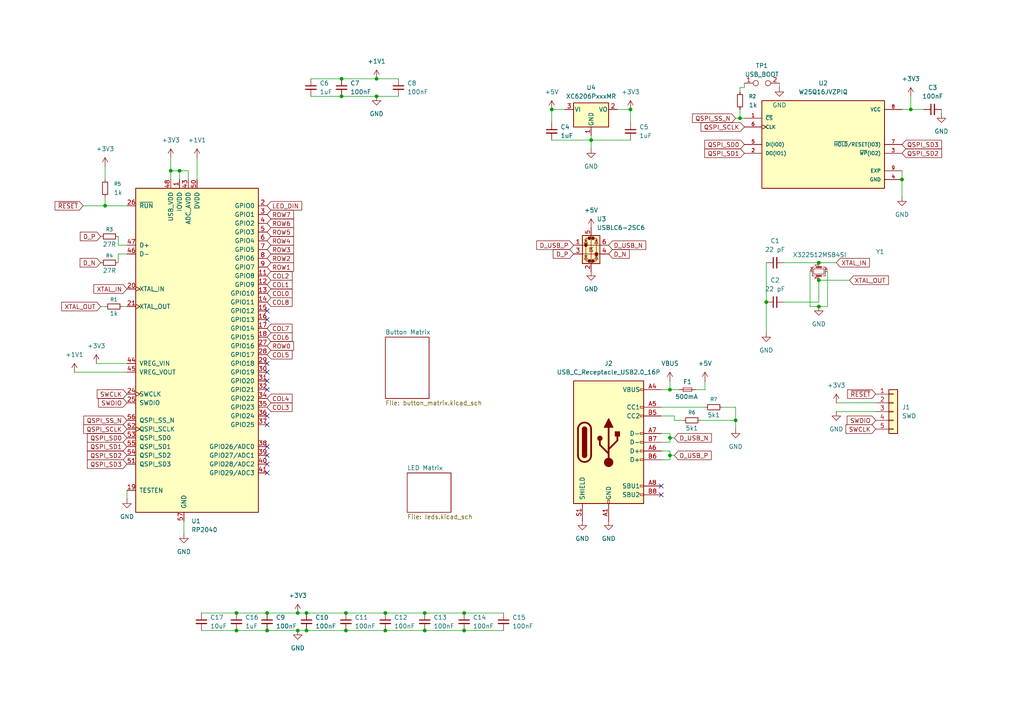
<source format=kicad_sch>
(kicad_sch (version 20250114) (generator "eeschema") (generator_version "9.0")
  (paper "A4")
  (lib_symbols
    (symbol "Connector:TestPoint_2Pole" (pin_names (offset 0.762) (hide yes))
      (property "Reference" "TP" (at 0 1.524 0))
      (property "Value" "TestPoint_2Pole" (at 0 -1.778 0))
      (symbol "TestPoint_2Pole_0_1"
        (circle (center -1.778 0) (radius 0.762))
        (circle (center 1.778 0) (radius 0.762))
        (pin passive line (at -5.08 0 0) (length 2.54) (name "1") (number "1"))
        (pin passive line (at 5.08 0 180) (length 2.54) (name "2") (number "2"))
      )
    )
    (symbol "Connector:USB_C_Receptacle_USB2.0_16P" (pin_names (offset 1.016))
      (property "Reference" "J" (at 0 22.225 0))
      (property "Value" "USB_C_Receptacle_USB2.0_16P" (at 0 19.685 0))
      (symbol "USB_C_Receptacle_USB2.0_16P_0_0"
        (rectangle (start -0.254 -17.78) (end 0.254 -16.764))
        (rectangle (start 10.16 15.494) (end 9.144 14.986))
        (rectangle (start 10.16 10.414) (end 9.144 9.906))
        (rectangle (start 10.16 7.874) (end 9.144 7.366))
        (rectangle (start 10.16 2.794) (end 9.144 2.286))
        (rectangle (start 10.16 0.254) (end 9.144 -0.254))
        (rectangle (start 10.16 -2.286) (end 9.144 -2.794))
        (rectangle (start 10.16 -4.826) (end 9.144 -5.334))
        (rectangle (start 10.16 -12.446) (end 9.144 -12.954))
        (rectangle (start 10.16 -14.986) (end 9.144 -15.494))
      )
      (symbol "USB_C_Receptacle_USB2.0_16P_0_1"
        (rectangle (start -10.16 17.78) (end 10.16 -17.78) (stroke (width 0.254)) (fill (type background)))
        (polyline (pts (xy -8.89 -3.81) (xy -8.89 3.81)) (stroke (width 0.508)))
        (rectangle (start -7.62 -3.81) (end -6.35 3.81) (stroke (width 0.254)) (fill (type outline)))
        (arc (start -7.62 3.81) (mid -6.985 4.4423) (end -6.35 3.81) (stroke (width 0.254)))
        (arc (start -7.62 3.81) (mid -6.985 4.4423) (end -6.35 3.81) (stroke (width 0.254)) (fill (type outline)))
        (arc (start -8.89 3.81) (mid -6.985 5.7067) (end -5.08 3.81) (stroke (width 0.508)))
        (arc (start -5.08 -3.81) (mid -6.985 -5.7067) (end -8.89 -3.81) (stroke (width 0.508)))
        (arc (start -6.35 -3.81) (mid -6.985 -4.4423) (end -7.62 -3.81) (stroke (width 0.254)))
        (arc (start -6.35 -3.81) (mid -6.985 -4.4423) (end -7.62 -3.81) (stroke (width 0.254)) (fill (type outline)))
        (polyline (pts (xy -5.08 3.81) (xy -5.08 -3.81)) (stroke (width 0.508)))
        (circle (center -2.54 1.143) (radius 0.635) (stroke (width 0.254)) (fill (type outline)))
        (polyline (pts (xy -1.27 4.318) (xy 0 6.858) (xy 1.27 4.318) (xy -1.27 4.318)) (stroke (width 0.254)) (fill (type outline)))
        (polyline (pts (xy 0 -2.032) (xy 2.54 0.508) (xy 2.54 1.778)) (stroke (width 0.508)))
        (polyline (pts (xy 0 -3.302) (xy -2.54 -0.762) (xy -2.54 0.508)) (stroke (width 0.508)))
        (polyline (pts (xy 0 -5.842) (xy 0 4.318)) (stroke (width 0.508)))
        (circle (center 0 -5.842) (radius 1.27) (fill (type outline)))
        (rectangle (start 1.905 1.778) (end 3.175 3.048) (stroke (width 0.254)) (fill (type outline)))
      )
      (symbol "USB_C_Receptacle_USB2.0_16P_1_1"
        (pin passive line (at -7.62 -22.86 90) (length 5.08) (name "SHIELD") (number "S1"))
        (pin passive line (at 0 -22.86 90) (length 5.08) (name "GND") (number "A1"))
        (pin passive line (at 0 -22.86 90) (length 5.08) (hide yes) (name "GND") (number "A12"))
        (pin passive line (at 0 -22.86 90) (length 5.08) (hide yes) (name "GND") (number "B1"))
        (pin passive line (at 0 -22.86 90) (length 5.08) (hide yes) (name "GND") (number "B12"))
        (pin passive line (at 15.24 15.24 180) (length 5.08) (name "VBUS") (number "A4"))
        (pin passive line (at 15.24 15.24 180) (length 5.08) (hide yes) (name "VBUS") (number "A9"))
        (pin passive line (at 15.24 15.24 180) (length 5.08) (hide yes) (name "VBUS") (number "B4"))
        (pin passive line (at 15.24 15.24 180) (length 5.08) (hide yes) (name "VBUS") (number "B9"))
        (pin bidirectional line (at 15.24 10.16 180) (length 5.08) (name "CC1") (number "A5"))
        (pin bidirectional line (at 15.24 7.62 180) (length 5.08) (name "CC2") (number "B5"))
        (pin bidirectional line (at 15.24 2.54 180) (length 5.08) (name "D-") (number "A7"))
        (pin bidirectional line (at 15.24 0 180) (length 5.08) (name "D-") (number "B7"))
        (pin bidirectional line (at 15.24 -2.54 180) (length 5.08) (name "D+") (number "A6"))
        (pin bidirectional line (at 15.24 -5.08 180) (length 5.08) (name "D+") (number "B6"))
        (pin bidirectional line (at 15.24 -12.7 180) (length 5.08) (name "SBU1") (number "A8"))
        (pin bidirectional line (at 15.24 -15.24 180) (length 5.08) (name "SBU2") (number "B8"))
      )
    )
    (symbol "Connector_Generic:Conn_01x05" (pin_names (offset 1.016) (hide yes))
      (property "Reference" "J" (at 0 7.62 0))
      (property "Value" "Conn_01x05" (at 0 -7.62 0))
      (symbol "Conn_01x05_1_1"
        (rectangle (start -1.27 6.35) (end 1.27 -6.35) (stroke (width 0.254)) (fill (type background)))
        (rectangle (start -1.27 5.207) (end 0 4.953) (stroke (width 0.1524)))
        (rectangle (start -1.27 2.667) (end 0 2.413) (stroke (width 0.1524)))
        (rectangle (start -1.27 0.127) (end 0 -0.127) (stroke (width 0.1524)))
        (rectangle (start -1.27 -2.413) (end 0 -2.667) (stroke (width 0.1524)))
        (rectangle (start -1.27 -4.953) (end 0 -5.207) (stroke (width 0.1524)))
        (pin passive line (at -5.08 5.08 0) (length 3.81) (name "Pin_1") (number "1"))
        (pin passive line (at -5.08 2.54 0) (length 3.81) (name "Pin_2") (number "2"))
        (pin passive line (at -5.08 0 0) (length 3.81) (name "Pin_3") (number "3"))
        (pin passive line (at -5.08 -2.54 0) (length 3.81) (name "Pin_4") (number "4"))
        (pin passive line (at -5.08 -5.08 0) (length 3.81) (name "Pin_5") (number "5"))
      )
    )
    (symbol "Device:C_Small" (pin_numbers (hide yes)) (pin_names (offset 0.254) (hide yes))
      (property "Reference" "C" (at 0.254 1.778 0))
      (property "Value" "C_Small" (at 0.254 -2.032 0))
      (symbol "C_Small_0_1"
        (polyline (pts (xy -1.524 0.508) (xy 1.524 0.508)) (stroke (width 0.3048)))
        (polyline (pts (xy -1.524 -0.508) (xy 1.524 -0.508)) (stroke (width 0.3302)))
      )
      (symbol "C_Small_1_1"
        (pin passive line (at 0 2.54 270) (length 2.032) (name "~") (number "1"))
        (pin passive line (at 0 -2.54 90) (length 2.032) (name "~") (number "2"))
      )
    )
    (symbol "Device:Crystal_GND24_Small" (pin_names (offset 1.016) (hide yes))
      (property "Reference" "Y" (at 1.27 4.445 0))
      (property "Value" "Crystal_GND24_Small" (at 1.27 2.54 0))
      (symbol "Crystal_GND24_Small_0_1"
        (polyline (pts (xy -1.27 1.27) (xy -1.27 1.905) (xy 1.27 1.905) (xy 1.27 1.27)))
        (polyline (pts (xy -1.27 -0.762) (xy -1.27 0.762)) (stroke (width 0.381)))
        (polyline (pts (xy -1.27 -1.27) (xy -1.27 -1.905) (xy 1.27 -1.905) (xy 1.27 -1.27)))
        (rectangle (start -0.762 -1.524) (end 0.762 1.524))
        (polyline (pts (xy 1.27 -0.762) (xy 1.27 0.762)) (stroke (width 0.381)))
      )
      (symbol "Crystal_GND24_Small_1_1"
        (pin passive line (at -2.54 0 0) (length 1.27) (name "1") (number "1"))
        (pin passive line (at 0 2.54 270) (length 0.635) (name "4") (number "4"))
        (pin passive line (at 0 -2.54 90) (length 0.635) (name "2") (number "2"))
        (pin passive line (at 2.54 0 180) (length 1.27) (name "3") (number "3"))
      )
    )
    (symbol "Device:Fuse_Small" (pin_numbers (hide yes)) (pin_names (offset 0.254) (hide yes))
      (property "Reference" "F" (at 0 -1.524 0))
      (property "Value" "Fuse_Small" (at 0 1.524 0))
      (symbol "Fuse_Small_0_1"
        (rectangle (start -1.27 0.508) (end 1.27 -0.508))
        (polyline (pts (xy -1.27 0) (xy 1.27 0)))
      )
      (symbol "Fuse_Small_1_1"
        (pin passive line (at -2.54 0 0) (length 1.27) (name "~") (number "1"))
        (pin passive line (at 2.54 0 180) (length 1.27) (name "~") (number "2"))
      )
    )
    (symbol "Device:R_Small" (pin_numbers (hide yes)) (pin_names (offset 0.254) (hide yes))
      (property "Reference" "R" (at 0 0 90))
      (property "Value" "R_Small" (at 1.778 0 90))
      (symbol "R_Small_0_1"
        (rectangle (start -0.762 1.778) (end 0.762 -1.778) (stroke (width 0.2032)))
      )
      (symbol "R_Small_1_1"
        (pin passive line (at 0 2.54 270) (length 0.762) (name "~") (number "1"))
        (pin passive line (at 0 -2.54 90) (length 0.762) (name "~") (number "2"))
      )
    )
    (symbol "Power_Protection:USBLC6-2SC6" (pin_names (hide yes))
      (property "Reference" "U" (at 0.635 5.715 0))
      (property "Value" "USBLC6-2SC6" (at 0.635 3.81 0))
      (symbol "USBLC6-2SC6_0_0"
        (circle (center -1.524 0) (radius 0.0001) (stroke (width 0.508)))
        (circle (center -0.508 2.032) (radius 0.0001) (stroke (width 0.508)))
        (circle (center -0.508 -4.572) (radius 0.0001) (stroke (width 0.508)))
        (circle (center 0.508 2.032) (radius 0.0001) (stroke (width 0.508)))
        (circle (center 0.508 -4.572) (radius 0.0001) (stroke (width 0.508)))
        (circle (center 1.524 -2.54) (radius 0.0001) (stroke (width 0.508)))
      )
      (symbol "USBLC6-2SC6_0_1"
        (polyline (pts (xy -2.54 0) (xy 2.54 0)))
        (polyline (pts (xy -2.54 -2.54) (xy 2.54 -2.54)))
        (polyline (pts (xy -2.032 0.508) (xy -1.016 0.508) (xy -1.524 1.524) (xy -2.032 0.508)))
        (polyline (pts (xy -2.032 -3.048) (xy -1.016 -3.048)))
        (polyline (pts (xy -1.016 1.524) (xy -2.032 1.524)))
        (polyline (pts (xy -1.016 -4.064) (xy -2.032 -4.064) (xy -1.524 -3.048) (xy -1.016 -4.064)))
        (polyline (pts (xy -0.508 -1.143) (xy -0.508 -0.762) (xy 0.508 -0.762)))
        (polyline (pts (xy 0 2.54) (xy -0.508 2.032) (xy 0.508 2.032) (xy 0 1.524) (xy 0 -4.064) (xy -0.508 -4.572) (xy 0.508 -4.572) (xy 0 -5.08)))
        (polyline (pts (xy 0.508 -1.778) (xy -0.508 -1.778) (xy 0 -0.762) (xy 0.508 -1.778)))
        (polyline (pts (xy 1.016 1.524) (xy 2.032 1.524)))
        (polyline (pts (xy 1.016 -3.048) (xy 2.032 -3.048)))
        (polyline (pts (xy 2.032 0.508) (xy 1.016 0.508) (xy 1.524 1.524) (xy 2.032 0.508)))
        (polyline (pts (xy 2.032 -4.064) (xy 1.016 -4.064) (xy 1.524 -3.048) (xy 2.032 -4.064)))
      )
      (symbol "USBLC6-2SC6_1_1"
        (rectangle (start -2.54 2.794) (end 2.54 -5.334) (stroke (width 0.254)) (fill (type background)))
        (polyline (pts (xy -0.508 2.032) (xy -1.524 2.032) (xy -1.524 -4.572) (xy -0.508 -4.572)))
        (polyline (pts (xy 0.508 -4.572) (xy 1.524 -4.572) (xy 1.524 2.032) (xy 0.508 2.032)))
        (pin passive line (at -5.08 0 0) (length 2.54) (name "I/O1") (number "1"))
        (pin passive line (at -5.08 -2.54 0) (length 2.54) (name "I/O2") (number "3"))
        (pin passive line (at 0 5.08 270) (length 2.54) (name "VBUS") (number "5"))
        (pin passive line (at 0 -7.62 90) (length 2.54) (name "GND") (number "2"))
        (pin passive line (at 5.08 0 180) (length 2.54) (name "I/O1") (number "6"))
        (pin passive line (at 5.08 -2.54 180) (length 2.54) (name "I/O2") (number "4"))
      )
    )
    (symbol "Regulator_Linear:XC6206PxxxMR" (pin_names (offset 0.254))
      (property "Reference" "U" (at -3.81 3.175 0))
      (property "Value" "XC6206PxxxMR" (at 0 3.175 0))
      (symbol "XC6206PxxxMR_0_1"
        (rectangle (start -5.08 1.905) (end 5.08 -5.08) (stroke (width 0.254)) (fill (type background)))
      )
      (symbol "XC6206PxxxMR_1_1"
        (pin power_in line (at -7.62 0 0) (length 2.54) (name "VI") (number "3"))
        (pin power_in line (at 0 -7.62 90) (length 2.54) (name "GND") (number "1"))
        (pin power_out line (at 7.62 0 180) (length 2.54) (name "VO") (number "2"))
      )
    )
    (symbol "Sleep-lib:RP2040" (pin_names (offset 1.016))
      (property "Reference" "U" (at 8.89 51.435 0))
      (property "Value" "RP2040" (at 8.89 48.895 0))
      (symbol "RP2040_0_0"
        (rectangle (start -17.78 -45.72) (end 17.78 48.26) (stroke (width 0.254)) (fill (type background)))
      )
      (symbol "RP2040_1_1"
        (pin input line (at -20.32 43.18 0) (length 2.54) (name "~{RUN}") (number "26"))
        (pin bidirectional line (at -20.32 31.75 0) (length 2.54) (name "D+") (number "47"))
        (pin bidirectional line (at -20.32 29.21 0) (length 2.54) (name "D-") (number "46"))
        (pin input clock (at -20.32 19.05 0) (length 2.54) (name "XTAL_IN") (number "20"))
        (pin input clock (at -20.32 13.97 0) (length 2.54) (name "XTAL_OUT") (number "21"))
        (pin power_in line (at -20.32 -2.54 0) (length 2.54) (name "VREG_VIN") (number "44"))
        (pin power_out line (at -20.32 -5.08 0) (length 2.54) (name "VREG_VOUT") (number "45"))
        (pin input clock (at -20.32 -11.43 0) (length 2.54) (name "SWCLK") (number "24"))
        (pin bidirectional line (at -20.32 -13.97 0) (length 2.54) (name "SWDIO") (number "25"))
        (pin bidirectional line (at -20.32 -19.05 0) (length 2.54) (name "QSPI_SS_N") (number "56"))
        (pin input clock (at -20.32 -21.59 0) (length 2.54) (name "QSPI_SCLK") (number "52"))
        (pin bidirectional line (at -20.32 -24.13 0) (length 2.54) (name "QSPI_SD0") (number "53"))
        (pin bidirectional line (at -20.32 -26.67 0) (length 2.54) (name "QSPI_SD1") (number "55"))
        (pin bidirectional line (at -20.32 -29.21 0) (length 2.54) (name "QSPI_SD2") (number "54"))
        (pin bidirectional line (at -20.32 -31.75 0) (length 2.54) (name "QSPI_SD3") (number "51"))
        (pin input line (at -20.32 -39.37 0) (length 2.54) (name "TESTEN") (number "19"))
        (pin power_in line (at -7.62 50.8 270) (length 2.54) (name "USB_VDD") (number "48"))
        (pin power_in line (at -5.08 50.8 270) (length 2.54) (name "IOVDD") (number "1"))
        (pin power_in line (at -5.08 50.8 270) (length 2.54) (hide yes) (name "IOVDD") (number "10"))
        (pin power_in line (at -5.08 50.8 270) (length 2.54) (hide yes) (name "IOVDD") (number "22"))
        (pin power_in line (at -5.08 50.8 270) (length 2.54) (hide yes) (name "IOVDD") (number "33"))
        (pin power_in line (at -5.08 50.8 270) (length 2.54) (hide yes) (name "IOVDD") (number "42"))
        (pin power_in line (at -5.08 50.8 270) (length 2.54) (hide yes) (name "IOVDD") (number "49"))
        (pin power_in line (at -3.81 -48.26 90) (length 2.54) (name "GND") (number "57"))
        (pin power_in line (at -2.54 50.8 270) (length 2.54) (name "ADC_AVDD") (number "43"))
        (pin power_in line (at 0 50.8 270) (length 2.54) (hide yes) (name "DVDD") (number "23"))
        (pin power_in line (at 0 50.8 270) (length 2.54) (name "DVDD") (number "50"))
        (pin input line (at 20.32 43.18 180) (length 2.54) (name "GPIO0") (number "2"))
        (pin input line (at 20.32 40.64 180) (length 2.54) (name "GPIO1") (number "3"))
        (pin input line (at 20.32 38.1 180) (length 2.54) (name "GPIO2") (number "4"))
        (pin input line (at 20.32 35.56 180) (length 2.54) (name "GPIO3") (number "5"))
        (pin input line (at 20.32 33.02 180) (length 2.54) (name "GPIO4") (number "6"))
        (pin input line (at 20.32 30.48 180) (length 2.54) (name "GPIO5") (number "7"))
        (pin input line (at 20.32 27.94 180) (length 2.54) (name "GPIO6") (number "8"))
        (pin input line (at 20.32 25.4 180) (length 2.54) (name "GPIO7") (number "9"))
        (pin input line (at 20.32 22.86 180) (length 2.54) (name "GPIO8") (number "11"))
        (pin input line (at 20.32 20.32 180) (length 2.54) (name "GPIO9") (number "12"))
        (pin input line (at 20.32 17.78 180) (length 2.54) (name "GPIO10") (number "13"))
        (pin input line (at 20.32 15.24 180) (length 2.54) (name "GPIO11") (number "14"))
        (pin input line (at 20.32 12.7 180) (length 2.54) (name "GPIO12") (number "15"))
        (pin input line (at 20.32 10.16 180) (length 2.54) (name "GPIO13") (number "16"))
        (pin input line (at 20.32 7.62 180) (length 2.54) (name "GPIO14") (number "17"))
        (pin input line (at 20.32 5.08 180) (length 2.54) (name "GPIO15") (number "18"))
        (pin input line (at 20.32 2.54 180) (length 2.54) (name "GPIO16") (number "27"))
        (pin input line (at 20.32 0 180) (length 2.54) (name "GPIO17") (number "28"))
        (pin input line (at 20.32 -2.54 180) (length 2.54) (name "GPIO18") (number "29"))
        (pin input line (at 20.32 -5.08 180) (length 2.54) (name "GPIO19") (number "30"))
        (pin input line (at 20.32 -7.62 180) (length 2.54) (name "GPIO20") (number "31"))
        (pin input line (at 20.32 -10.16 180) (length 2.54) (name "GPIO21") (number "32"))
        (pin input line (at 20.32 -12.7 180) (length 2.54) (name "GPIO22") (number "34"))
        (pin input line (at 20.32 -15.24 180) (length 2.54) (name "GPIO23") (number "35"))
        (pin input line (at 20.32 -17.78 180) (length 2.54) (name "GPIO24") (number "36"))
        (pin input line (at 20.32 -20.32 180) (length 2.54) (name "GPIO25") (number "37"))
        (pin input line (at 20.32 -26.67 180) (length 2.54) (name "GPIO26/ADC0") (number "38"))
        (pin input line (at 20.32 -29.21 180) (length 2.54) (name "GPIO27/ADC1") (number "39"))
        (pin input line (at 20.32 -31.75 180) (length 2.54) (name "GPIO28/ADC2") (number "40"))
        (pin input line (at 20.32 -34.29 180) (length 2.54) (name "GPIO29/ADC3") (number "41"))
      )
    )
    (symbol "W25Q16JVZPIQ:W25Q16JVZPIQ" (pin_names (offset 1.016))
      (property "Reference" "U" (at -17.78 13.97 0))
      (property "Value" "W25Q16JVZPIQ" (at -17.78 -15.24 0))
      (symbol "W25Q16JVZPIQ_0_0"
        (rectangle (start -17.78 -12.7) (end 17.78 12.7) (stroke (width 0.254)) (fill (type background)))
        (pin input line (at -22.86 7.62 0) (length 5.08) (name "~{CS}") (number "1"))
        (pin input clock (at -22.86 5.08 0) (length 5.08) (name "CLK") (number "6"))
        (pin bidirectional line (at -22.86 0 0) (length 5.08) (name "DI(IO0)") (number "5"))
        (pin bidirectional line (at -22.86 -2.54 0) (length 5.08) (name "DO(IO1)") (number "2"))
        (pin power_in line (at 22.86 10.16 180) (length 5.08) (name "VCC") (number "8"))
        (pin bidirectional line (at 22.86 0 180) (length 5.08) (name "~{HOLD}/RESET(IO3)") (number "7"))
        (pin bidirectional line (at 22.86 -2.54 180) (length 5.08) (name "~{WP}(IO2)") (number "3"))
        (pin passive line (at 22.86 -7.62 180) (length 5.08) (name "EXP") (number "9"))
        (pin power_in line (at 22.86 -10.16 180) (length 5.08) (name "GND") (number "4"))
      )
    )
    (symbol "power:+1V1" (power) (pin_numbers (hide yes)) (pin_names (offset 0) (hide yes))
      (property "Value" "+1V1" (at 0 3.556 0))
      (symbol "+1V1_0_1"
        (polyline (pts (xy -0.762 1.27) (xy 0 2.54)))
        (polyline (pts (xy 0 2.54) (xy 0.762 1.27)))
        (polyline (pts (xy 0 0) (xy 0 2.54)))
      )
      (symbol "+1V1_1_1"
        (pin power_in line (at 0 0 90) (length 0) (name "~") (number "1"))
      )
    )
    (symbol "power:+3V3" (power) (pin_numbers (hide yes)) (pin_names (offset 0) (hide yes))
      (property "Value" "+3V3" (at 0 3.556 0))
      (symbol "+3V3_0_1"
        (polyline (pts (xy -0.762 1.27) (xy 0 2.54)))
        (polyline (pts (xy 0 2.54) (xy 0.762 1.27)))
        (polyline (pts (xy 0 0) (xy 0 2.54)))
      )
      (symbol "+3V3_1_1"
        (pin power_in line (at 0 0 90) (length 0) (name "~") (number "1"))
      )
    )
    (symbol "power:+5V" (power) (pin_numbers (hide yes)) (pin_names (offset 0) (hide yes))
      (property "Value" "+5V" (at 0 3.556 0))
      (symbol "+5V_0_1"
        (polyline (pts (xy -0.762 1.27) (xy 0 2.54)))
        (polyline (pts (xy 0 2.54) (xy 0.762 1.27)))
        (polyline (pts (xy 0 0) (xy 0 2.54)))
      )
      (symbol "+5V_1_1"
        (pin power_in line (at 0 0 90) (length 0) (name "~") (number "1"))
      )
    )
    (symbol "power:GND" (power) (pin_numbers (hide yes)) (pin_names (offset 0) (hide yes))
      (property "Value" "GND" (at 0 -3.81 0))
      (symbol "GND_0_1"
        (polyline (pts (xy 0 0) (xy 0 -1.27) (xy 1.27 -1.27) (xy 0 -2.54) (xy -1.27 -1.27) (xy 0 -1.27)))
      )
      (symbol "GND_1_1"
        (pin power_in line (at 0 0 270) (length 0) (name "~") (number "1"))
      )
    )
    (symbol "power:VBUS" (power) (pin_numbers (hide yes)) (pin_names (offset 0) (hide yes))
      (property "Value" "VBUS" (at 0 3.556 0))
      (symbol "VBUS_0_1"
        (polyline (pts (xy -0.762 1.27) (xy 0 2.54)))
        (polyline (pts (xy 0 2.54) (xy 0.762 1.27)))
        (polyline (pts (xy 0 0) (xy 0 2.54)))
      )
      (symbol "VBUS_1_1"
        (pin power_in line (at 0 0 90) (length 0) (name "~") (number "1"))
      )
    )
  )
  (junction (at 261.62 52.07))
  (junction (at 68.58 177.8))
  (junction (at 237.49 81.28))
  (junction (at 123.19 182.88))
  (junction (at 68.58 182.88))
  (junction (at 222.25 87.63))
  (junction (at 77.47 182.88))
  (junction (at 171.45 40.64))
  (junction (at 264.16 31.75))
  (junction (at 194.31 132.08))
  (junction (at 134.62 177.8))
  (junction (at 99.06 22.86))
  (junction (at 237.49 88.9))
  (junction (at 52.07 49.53))
  (junction (at 86.36 177.8))
  (junction (at 30.48 59.69))
  (junction (at 111.76 182.88))
  (junction (at 123.19 177.8))
  (junction (at 160.02 31.75))
  (junction (at 111.76 177.8))
  (junction (at 109.22 22.86))
  (junction (at 100.33 182.88))
  (junction (at 77.47 177.8))
  (junction (at 88.9 177.8))
  (junction (at 194.31 127))
  (junction (at 86.36 182.88))
  (junction (at 100.33 177.8))
  (junction (at 194.31 113.03))
  (junction (at 49.53 49.53))
  (junction (at 109.22 27.94))
  (junction (at 99.06 27.94))
  (junction (at 213.36 121.92))
  (junction (at 182.88 31.75))
  (junction (at 237.49 76.2))
  (junction (at 214.63 34.29))
  (junction (at 134.62 182.88))
  (junction (at 88.9 182.88))
  (no_connect (at 77.47 132.08))
  (no_connect (at 77.47 129.54))
  (no_connect (at 77.47 120.65))
  (no_connect (at 77.47 110.49))
  (no_connect (at 77.47 134.62))
  (no_connect (at 77.47 105.41))
  (no_connect (at 77.47 90.17))
  (no_connect (at 191.77 143.51))
  (no_connect (at 77.47 123.19))
  (no_connect (at 77.47 92.71))
  (no_connect (at 191.77 140.97))
  (no_connect (at 77.47 107.95))
  (no_connect (at 77.47 113.03))
  (no_connect (at 77.47 137.16))
  (wire (pts (xy 100.33 177.8) (xy 111.76 177.8)))
  (wire (pts (xy 86.36 177.8) (xy 88.9 177.8)))
  (wire (pts (xy 227.33 87.63) (xy 237.49 87.63)))
  (wire (pts (xy 58.42 177.8) (xy 68.58 177.8)))
  (wire (pts (xy 88.9 182.88) (xy 100.33 182.88)))
  (wire (pts (xy 246.38 81.28) (xy 237.49 81.28)))
  (wire (pts (xy 261.62 49.53) (xy 261.62 52.07)))
  (wire (pts (xy 182.88 31.75) (xy 182.88 35.56)))
  (wire (pts (xy 171.45 43.18) (xy 171.45 40.64)))
  (wire (pts (xy 237.49 81.28) (xy 237.49 87.63)))
  (wire (pts (xy 90.17 22.86) (xy 99.06 22.86)))
  (wire (pts (xy 201.93 113.03) (xy 204.47 113.03)))
  (wire (pts (xy 240.03 88.9) (xy 237.49 88.9)))
  (wire (pts (xy 194.31 125.73) (xy 194.31 127)))
  (wire (pts (xy 49.53 45.72) (xy 49.53 49.53)))
  (wire (pts (xy 234.95 88.9) (xy 237.49 88.9)))
  (wire (pts (xy 226.06 24.13) (xy 226.06 25.4)))
  (wire (pts (xy 30.48 59.69) (xy 36.83 59.69)))
  (wire (pts (xy 34.29 71.12) (xy 34.29 68.58)))
  (wire (pts (xy 203.2 121.92) (xy 213.36 121.92)))
  (wire (pts (xy 194.31 127) (xy 195.58 127)))
  (wire (pts (xy 273.05 31.75) (xy 273.05 33.02)))
  (wire (pts (xy 171.45 40.64) (xy 171.45 39.37)))
  (wire (pts (xy 24.13 59.69) (xy 30.48 59.69)))
  (wire (pts (xy 160.02 31.75) (xy 163.83 31.75)))
  (wire (pts (xy 227.33 76.2) (xy 237.49 76.2)))
  (wire (pts (xy 30.48 88.9) (xy 29.21 88.9)))
  (wire (pts (xy 88.9 177.8) (xy 100.33 177.8)))
  (wire (pts (xy 194.31 128.27) (xy 191.77 128.27)))
  (wire (pts (xy 171.45 40.64) (xy 182.88 40.64)))
  (wire (pts (xy 214.63 25.4) (xy 214.63 26.67)))
  (wire (pts (xy 215.9 25.4) (xy 215.9 24.13)))
  (wire (pts (xy 261.62 52.07) (xy 261.62 57.15)))
  (wire (pts (xy 160.02 40.64) (xy 171.45 40.64)))
  (wire (pts (xy 191.77 125.73) (xy 194.31 125.73)))
  (wire (pts (xy 195.58 121.92) (xy 198.12 121.92)))
  (wire (pts (xy 213.36 34.29) (xy 214.63 34.29)))
  (wire (pts (xy 123.19 177.8) (xy 134.62 177.8)))
  (wire (pts (xy 109.22 22.86) (xy 115.57 22.86)))
  (wire (pts (xy 234.95 78.74) (xy 234.95 88.9)))
  (wire (pts (xy 111.76 182.88) (xy 123.19 182.88)))
  (wire (pts (xy 240.03 78.74) (xy 240.03 88.9)))
  (wire (pts (xy 30.48 48.26) (xy 30.48 52.07)))
  (wire (pts (xy 109.22 27.94) (xy 115.57 27.94)))
  (wire (pts (xy 90.17 27.94) (xy 99.06 27.94)))
  (wire (pts (xy 194.31 127) (xy 194.31 128.27)))
  (wire (pts (xy 214.63 31.75) (xy 214.63 34.29)))
  (wire (pts (xy 237.49 76.2) (xy 242.57 76.2)))
  (wire (pts (xy 204.47 113.03) (xy 204.47 110.49)))
  (wire (pts (xy 49.53 49.53) (xy 52.07 49.53)))
  (wire (pts (xy 264.16 27.94) (xy 264.16 31.75)))
  (wire (pts (xy 77.47 182.88) (xy 86.36 182.88)))
  (wire (pts (xy 111.76 177.8) (xy 123.19 177.8)))
  (wire (pts (xy 21.59 107.95) (xy 36.83 107.95)))
  (wire (pts (xy 179.07 31.75) (xy 182.88 31.75)))
  (wire (pts (xy 214.63 25.4) (xy 215.9 25.4)))
  (wire (pts (xy 36.83 71.12) (xy 34.29 71.12)))
  (wire (pts (xy 191.77 120.65) (xy 195.58 120.65)))
  (wire (pts (xy 191.77 118.11) (xy 204.47 118.11)))
  (wire (pts (xy 195.58 120.65) (xy 195.58 121.92)))
  (wire (pts (xy 58.42 182.88) (xy 68.58 182.88)))
  (wire (pts (xy 213.36 118.11) (xy 213.36 121.92)))
  (wire (pts (xy 194.31 113.03) (xy 196.85 113.03)))
  (wire (pts (xy 99.06 22.86) (xy 109.22 22.86)))
  (wire (pts (xy 36.83 73.66) (xy 34.29 73.66)))
  (wire (pts (xy 261.62 31.75) (xy 264.16 31.75)))
  (wire (pts (xy 77.47 177.8) (xy 86.36 177.8)))
  (wire (pts (xy 134.62 177.8) (xy 146.05 177.8)))
  (wire (pts (xy 191.77 113.03) (xy 194.31 113.03)))
  (wire (pts (xy 191.77 130.81) (xy 194.31 130.81)))
  (wire (pts (xy 194.31 133.35) (xy 191.77 133.35)))
  (wire (pts (xy 52.07 49.53) (xy 52.07 52.07)))
  (wire (pts (xy 36.83 142.24) (xy 36.83 144.78)))
  (wire (pts (xy 194.31 130.81) (xy 194.31 132.08)))
  (wire (pts (xy 100.33 182.88) (xy 111.76 182.88)))
  (wire (pts (xy 222.25 87.63) (xy 222.25 96.52)))
  (wire (pts (xy 194.31 132.08) (xy 194.31 133.35)))
  (wire (pts (xy 54.61 49.53) (xy 54.61 52.07)))
  (wire (pts (xy 242.57 116.84) (xy 254 116.84)))
  (wire (pts (xy 49.53 49.53) (xy 49.53 52.07)))
  (wire (pts (xy 194.31 132.08) (xy 195.58 132.08)))
  (wire (pts (xy 27.94 105.41) (xy 36.83 105.41)))
  (wire (pts (xy 214.63 34.29) (xy 215.9 34.29)))
  (wire (pts (xy 53.34 151.13) (xy 53.34 154.94)))
  (wire (pts (xy 267.97 31.75) (xy 264.16 31.75)))
  (wire (pts (xy 213.36 121.92) (xy 213.36 124.46)))
  (wire (pts (xy 57.15 45.72) (xy 57.15 52.07)))
  (wire (pts (xy 68.58 177.8) (xy 77.47 177.8)))
  (wire (pts (xy 52.07 49.53) (xy 54.61 49.53)))
  (wire (pts (xy 99.06 27.94) (xy 109.22 27.94)))
  (wire (pts (xy 86.36 182.88) (xy 88.9 182.88)))
  (wire (pts (xy 194.31 110.49) (xy 194.31 113.03)))
  (wire (pts (xy 160.02 31.75) (xy 160.02 35.56)))
  (wire (pts (xy 35.56 88.9) (xy 36.83 88.9)))
  (wire (pts (xy 68.58 182.88) (xy 77.47 182.88)))
  (wire (pts (xy 242.57 119.38) (xy 254 119.38)))
  (wire (pts (xy 34.29 73.66) (xy 34.29 76.2)))
  (wire (pts (xy 30.48 57.15) (xy 30.48 59.69)))
  (wire (pts (xy 123.19 182.88) (xy 134.62 182.88)))
  (wire (pts (xy 209.55 118.11) (xy 213.36 118.11)))
  (wire (pts (xy 134.62 182.88) (xy 146.05 182.88)))
  (wire (pts (xy 222.25 76.2) (xy 222.25 87.63)))
  (global_label "COL1" (shape input) (at 77.47 82.55 0) (property "Intersheetrefs" "${INTERSHEET_REFS}" (effects (hide yes))))
  (global_label "QSPI_SD0" (shape input) (at 36.83 127 180) (property "Intersheetrefs" "${INTERSHEET_REFS}" (effects (hide yes))))
  (global_label "QSPI_SS_N" (shape input) (at 36.83 121.92 180) (property "Intersheetrefs" "${INTERSHEET_REFS}" (effects (hide yes))))
  (global_label "~{RESET}" (shape input) (at 24.13 59.69 180) (property "Intersheetrefs" "${INTERSHEET_REFS}" (effects (hide yes))))
  (global_label "ROW1" (shape input) (at 77.47 77.47 0) (property "Intersheetrefs" "${INTERSHEET_REFS}" (effects (hide yes))))
  (global_label "XTAL_OUT" (shape input) (at 246.38 81.28 0) (property "Intersheetrefs" "${INTERSHEET_REFS}" (effects (hide yes))))
  (global_label "SWDIO" (shape input) (at 36.83 116.84 180) (property "Intersheetrefs" "${INTERSHEET_REFS}" (effects (hide yes))))
  (global_label "ROW3" (shape input) (at 77.47 72.39 0) (property "Intersheetrefs" "${INTERSHEET_REFS}" (effects (hide yes))))
  (global_label "QSPI_SCLK" (shape input) (at 36.83 124.46 180) (property "Intersheetrefs" "${INTERSHEET_REFS}" (effects (hide yes))))
  (global_label "XTAL_IN" (shape input) (at 242.57 76.2 0) (property "Intersheetrefs" "${INTERSHEET_REFS}" (effects (hide yes))))
  (global_label "D_USB_N" (shape input) (at 176.53 71.12 0) (property "Intersheetrefs" "${INTERSHEET_REFS}" (effects (hide yes))))
  (global_label "QSPI_SD2" (shape input) (at 36.83 132.08 180) (property "Intersheetrefs" "${INTERSHEET_REFS}" (effects (hide yes))))
  (global_label "QSPI_SD0" (shape input) (at 215.9 41.91 180) (property "Intersheetrefs" "${INTERSHEET_REFS}" (effects (hide yes))))
  (global_label "ROW7" (shape input) (at 77.47 62.23 0) (property "Intersheetrefs" "${INTERSHEET_REFS}" (effects (hide yes))))
  (global_label "SWDIO" (shape input) (at 254 121.92 180) (property "Intersheetrefs" "${INTERSHEET_REFS}" (effects (hide yes))))
  (global_label "ROW5" (shape input) (at 77.47 67.31 0) (property "Intersheetrefs" "${INTERSHEET_REFS}" (effects (hide yes))))
  (global_label "ROW2" (shape input) (at 77.47 74.93 0) (property "Intersheetrefs" "${INTERSHEET_REFS}" (effects (hide yes))))
  (global_label "QSPI_SD2" (shape input) (at 261.62 44.45 0) (property "Intersheetrefs" "${INTERSHEET_REFS}" (effects (hide yes))))
  (global_label "COL8" (shape input) (at 77.47 87.63 0) (property "Intersheetrefs" "${INTERSHEET_REFS}" (effects (hide yes))))
  (global_label "LED_DIN" (shape input) (at 77.47 59.69 0) (property "Intersheetrefs" "${INTERSHEET_REFS}" (effects (hide yes))))
  (global_label "QSPI_SD1" (shape input) (at 36.83 129.54 180) (property "Intersheetrefs" "${INTERSHEET_REFS}" (effects (hide yes))))
  (global_label "D_P" (shape input) (at 166.37 73.66 180) (property "Intersheetrefs" "${INTERSHEET_REFS}" (effects (hide yes))))
  (global_label "COL3" (shape input) (at 77.47 118.11 0) (property "Intersheetrefs" "${INTERSHEET_REFS}" (effects (hide yes))))
  (global_label "COL7" (shape input) (at 77.47 95.25 0) (property "Intersheetrefs" "${INTERSHEET_REFS}" (effects (hide yes))))
  (global_label "COL6" (shape input) (at 77.47 97.79 0) (property "Intersheetrefs" "${INTERSHEET_REFS}" (effects (hide yes))))
  (global_label "QSPI_SS_N" (shape input) (at 213.36 34.29 180) (property "Intersheetrefs" "${INTERSHEET_REFS}" (effects (hide yes))))
  (global_label "ROW4" (shape input) (at 77.47 69.85 0) (property "Intersheetrefs" "${INTERSHEET_REFS}" (effects (hide yes))))
  (global_label "D_USB_P" (shape input) (at 195.58 132.08 0) (property "Intersheetrefs" "${INTERSHEET_REFS}" (effects (hide yes))))
  (global_label "D_USB_P" (shape input) (at 166.37 71.12 180) (property "Intersheetrefs" "${INTERSHEET_REFS}" (effects (hide yes))))
  (global_label "COL4" (shape input) (at 77.47 115.57 0) (property "Intersheetrefs" "${INTERSHEET_REFS}" (effects (hide yes))))
  (global_label "ROW6" (shape input) (at 77.47 64.77 0) (property "Intersheetrefs" "${INTERSHEET_REFS}" (effects (hide yes))))
  (global_label "XTAL_OUT" (shape input) (at 29.21 88.9 180) (property "Intersheetrefs" "${INTERSHEET_REFS}" (effects (hide yes))))
  (global_label "D_N" (shape input) (at 176.53 73.66 0) (property "Intersheetrefs" "${INTERSHEET_REFS}" (effects (hide yes))))
  (global_label "SWCLK" (shape input) (at 254 124.46 180) (property "Intersheetrefs" "${INTERSHEET_REFS}" (effects (hide yes))))
  (global_label "D_N" (shape input) (at 29.21 76.2 180) (property "Intersheetrefs" "${INTERSHEET_REFS}" (effects (hide yes))))
  (global_label "SWCLK" (shape input) (at 36.83 114.3 180) (property "Intersheetrefs" "${INTERSHEET_REFS}" (effects (hide yes))))
  (global_label "COL2" (shape input) (at 77.47 80.01 0) (property "Intersheetrefs" "${INTERSHEET_REFS}" (effects (hide yes))))
  (global_label "COL0" (shape input) (at 77.47 85.09 0) (property "Intersheetrefs" "${INTERSHEET_REFS}" (effects (hide yes))))
  (global_label "~{RESET}" (shape input) (at 254 114.3 180) (property "Intersheetrefs" "${INTERSHEET_REFS}" (effects (hide yes))))
  (global_label "D_USB_N" (shape input) (at 195.58 127 0) (property "Intersheetrefs" "${INTERSHEET_REFS}" (effects (hide yes))))
  (global_label "XTAL_IN" (shape input) (at 36.83 83.82 180) (property "Intersheetrefs" "${INTERSHEET_REFS}" (effects (hide yes))))
  (global_label "QSPI_SD3" (shape input) (at 261.62 41.91 0) (property "Intersheetrefs" "${INTERSHEET_REFS}" (effects (hide yes))))
  (global_label "QSPI_SD3" (shape input) (at 36.83 134.62 180) (property "Intersheetrefs" "${INTERSHEET_REFS}" (effects (hide yes))))
  (global_label "QSPI_SD1" (shape input) (at 215.9 44.45 180) (property "Intersheetrefs" "${INTERSHEET_REFS}" (effects (hide yes))))
  (global_label "QSPI_SCLK" (shape input) (at 215.9 36.83 180) (property "Intersheetrefs" "${INTERSHEET_REFS}" (effects (hide yes))))
  (global_label "COL5" (shape input) (at 77.47 102.87 0) (property "Intersheetrefs" "${INTERSHEET_REFS}" (effects (hide yes))))
  (global_label "D_P" (shape input) (at 29.21 68.58 180) (property "Intersheetrefs" "${INTERSHEET_REFS}" (effects (hide yes))))
  (global_label "ROW0" (shape input) (at 77.47 100.33 0) (property "Intersheetrefs" "${INTERSHEET_REFS}" (effects (hide yes))))
  (symbol (lib_id "Sleep-lib:RP2040") (at 57.15 102.87 0) (unit 1)
    (property "Reference" "U1" (at 55.4833 151.13 0) (effects (justify left)))
    (property "Value" "RP2040" (at 55.4833 153.67 0) (effects (justify left)))
    (property "Footprint" "Footprints:RP2040-QFN-56-notext" (effects (hide yes)))
    (property "Datasheet" "https://datasheets.raspberrypi.com/rp2040/rp2040-datasheet.pdf" (effects (hide yes)))
    (property "JLCPCB Part" "C2040" (effects (hide yes)))
  )
  (symbol (lib_id "Device:C_Small") (at 224.79 76.2 90) (unit 1)
    (property "Reference" "C1" (at 224.7963 69.85 90))
    (property "Value" "22 pF" (at 224.7963 72.39 90))
    (property "Footprint" "Capacitor_SMD:C_0402_1005Metric-notxt" (effects (hide yes)))
    (property "Description" "Unpolarized capacitor, small symbol" (effects (hide yes)))
    (property "JLCPCB Part" "C541361" (effects (hide yes)))
  )
  (symbol (lib_id "Device:R_Small") (at 214.63 29.21 0) (unit 1)
    (property "Reference" "R2" (at 217.17 27.9399 0) (effects (font (size 1.016 1.016)) (justify left)))
    (property "Value" "1k" (at 217.17 30.4799 0) (effects (justify left)))
    (property "Footprint" "Resistor_SMD:R_0402_1005Metric-notext" (effects (hide yes)))
    (property "Description" "Resistor, small symbol" (effects (hide yes)))
    (property "JLCPCB Part" "C11702" (effects (hide yes)))
  )
  (symbol (lib_id "power:GND") (at 36.83 144.78 0) (unit 1)
    (property "Reference" "#PWR04" (effects (hide yes)))
    (property "Value" "GND" (at 36.83 149.86 0))
    (property "Description" "Power symbol creates a global label with name \"GND\" , ground" (effects (hide yes)))
  )
  (symbol (lib_id "power:GND") (at 213.36 124.46 0) (unit 1)
    (property "Reference" "#PWR020" (effects (hide yes)))
    (property "Value" "GND" (at 213.36 129.54 0))
    (property "Description" "Power symbol creates a global label with name \"GND\" , ground" (effects (hide yes)))
  )
  (symbol (lib_id "power:GND") (at 171.45 78.74 0) (unit 1)
    (property "Reference" "#PWR021" (effects (hide yes)))
    (property "Value" "GND" (at 171.45 83.82 0))
    (property "Description" "Power symbol creates a global label with name \"GND\" , ground" (effects (hide yes)))
  )
  (symbol (lib_id "Device:R_Small") (at 207.01 118.11 90) (unit 1)
    (property "Reference" "R7" (at 207.01 115.824 90) (effects (font (size 1.016 1.016))))
    (property "Value" "5k1" (at 207.01 120.396 90))
    (property "Footprint" "Resistor_SMD:R_0402_1005Metric-notext" (effects (hide yes)))
    (property "Description" "Resistor, small symbol" (effects (hide yes)))
    (property "JLCPCB Part" "C25905" (effects (hide yes)))
  )
  (symbol (lib_id "power:+1V1") (at 57.15 45.72 0) (unit 1)
    (property "Reference" "#PWR03" (effects (hide yes)))
    (property "Value" "+1V1" (at 57.15 40.64 0))
    (property "Description" "Power symbol creates a global label with name \"+1V1\"" (effects (hide yes)))
  )
  (symbol (lib_id "Device:C_Small") (at 146.05 180.34 0) (unit 1)
    (property "Reference" "C15" (at 148.59 179.0762 0) (effects (justify left)))
    (property "Value" "100nF" (at 148.59 181.6162 0) (effects (justify left)))
    (property "Footprint" "Capacitor_SMD:C_0402_1005Metric-notxt" (effects (hide yes)))
    (property "Description" "Unpolarized capacitor, small symbol" (effects (hide yes)))
    (property "JLCPCB Part" "C541407" (effects (hide yes)))
  )
  (symbol (lib_id "Device:C_Small") (at 68.58 180.34 0) (unit 1)
    (property "Reference" "C16" (at 71.12 179.0762 0) (effects (justify left)))
    (property "Value" "1uF" (at 71.12 181.6162 0) (effects (justify left)))
    (property "Footprint" "Capacitor_SMD:C_0402_1005Metric-notxt" (effects (hide yes)))
    (property "Description" "Unpolarized capacitor, small symbol" (effects (hide yes)))
    (property "JLCPCB Part" "C437522" (effects (hide yes)))
  )
  (symbol (lib_id "Regulator_Linear:XC6206PxxxMR") (at 171.45 31.75 0) (unit 1)
    (property "Reference" "U4" (at 171.45 25.4 0))
    (property "Value" "XC6206PxxxMR" (at 171.45 27.94 0))
    (property "Footprint" "Package_TO_SOT_SMD:SOT-23-3-notxt" (effects (hide yes)))
    (property "Datasheet" "https://www.torexsemi.com/file/xc6206/XC6206.pdf" (effects (hide yes)))
    (property "Description" "Positive 60-250mA Low Dropout Regulator, Fixed Output, SOT-23" (effects (hide yes)))
    (property "JLCPCB Part" "C5148692" (effects (hide yes)))
  )
  (symbol (lib_id "power:+1V1") (at 21.59 107.95 0) (unit 1)
    (property "Reference" "#PWR08" (effects (hide yes)))
    (property "Value" "+1V1" (at 21.59 102.87 0))
    (property "Description" "Power symbol creates a global label with name \"+1V1\"" (effects (hide yes)))
  )
  (symbol (lib_id "power:GND") (at 242.57 119.38 0) (unit 1)
    (property "Reference" "#PWR015" (effects (hide yes)))
    (property "Value" "GND" (at 242.57 124.46 0))
    (property "Description" "Power symbol creates a global label with name \"GND\" , ground" (effects (hide yes)))
  )
  (symbol (lib_id "Device:C_Small") (at 134.62 180.34 0) (unit 1)
    (property "Reference" "C14" (at 137.16 179.0762 0) (effects (justify left)))
    (property "Value" "100nF" (at 137.16 181.6162 0) (effects (justify left)))
    (property "Footprint" "Capacitor_SMD:C_0402_1005Metric-notxt" (effects (hide yes)))
    (property "Description" "Unpolarized capacitor, small symbol" (effects (hide yes)))
    (property "JLCPCB Part" "C541407" (effects (hide yes)))
  )
  (symbol (lib_id "power:GND") (at 53.34 154.94 0) (unit 1)
    (property "Reference" "#PWR01" (effects (hide yes)))
    (property "Value" "GND" (at 53.34 160.02 0))
    (property "Description" "Power symbol creates a global label with name \"GND\" , ground" (effects (hide yes)))
  )
  (symbol (lib_id "Device:C_Small") (at 270.51 31.75 90) (unit 1)
    (property "Reference" "C3" (at 270.5163 25.4 90))
    (property "Value" "100nF" (at 270.5163 27.94 90))
    (property "Footprint" "Capacitor_SMD:C_0402_1005Metric-notxt" (effects (hide yes)))
    (property "Description" "Unpolarized capacitor, small symbol" (effects (hide yes)))
    (property "JLCPCB Part" "C541407" (effects (hide yes)))
  )
  (symbol (lib_id "Device:R_Small") (at 31.75 76.2 90) (unit 1)
    (property "Reference" "R4" (at 31.75 74.168 90) (effects (font (size 1.016 1.016))))
    (property "Value" "27R" (at 31.75 78.486 90))
    (property "Footprint" "Resistor_SMD:R_0402_1005Metric-notext" (effects (hide yes)))
    (property "Description" "Resistor, small symbol" (effects (hide yes)))
    (property "JLCPCB Part" "C25100" (effects (hide yes)))
  )
  (symbol (lib_id "Connector:USB_C_Receptacle_USB2.0_16P") (at 176.53 128.27 0) (unit 1)
    (property "Reference" "J2" (at 176.53 105.41 0))
    (property "Value" "USB_C_Receptacle_USB2.0_16P" (at 176.53 107.95 0))
    (property "Footprint" "Connector_USB:USB_C_Receptacle_G-Switch_GT-USB-7025-notxt" (effects (hide yes)))
    (property "Datasheet" "https://www.usb.org/sites/default/files/documents/usb_type-c.zip" (effects (hide yes)))
    (property "Description" "USB 2.0-only 16P Type-C Receptacle connector" (effects (hide yes)))
    (property "JLCPCB Part" "C963213" (effects (hide yes)))
  )
  (symbol (lib_id "power:GND") (at 171.45 43.18 0) (unit 1)
    (property "Reference" "#PWR023" (effects (hide yes)))
    (property "Value" "GND" (at 171.45 48.26 0))
    (property "Description" "Power symbol creates a global label with name \"GND\" , ground" (effects (hide yes)))
  )
  (symbol (lib_id "Device:C_Small") (at 100.33 180.34 0) (unit 1)
    (property "Reference" "C11" (at 102.87 179.0762 0) (effects (justify left)))
    (property "Value" "100nF" (at 102.87 181.6162 0) (effects (justify left)))
    (property "Footprint" "Capacitor_SMD:C_0402_1005Metric-notxt" (effects (hide yes)))
    (property "Description" "Unpolarized capacitor, small symbol" (effects (hide yes)))
    (property "JLCPCB Part" "C541407" (effects (hide yes)))
  )
  (symbol (lib_id "Device:Fuse_Small") (at 199.39 113.03 0) (unit 1)
    (property "Reference" "F1" (at 199.39 110.744 0))
    (property "Value" "500mA" (at 199.136 115.062 0))
    (property "Footprint" "Fuse:Fuse_1206_3216Metric" (effects (hide yes)))
    (property "Description" "Fuse, small symbol" (effects (hide yes)))
    (property "JLCPCB Part" "C136320" (effects (hide yes)))
  )
  (symbol (lib_id "power:+3V3") (at 182.88 31.75 0) (unit 1)
    (property "Reference" "#PWR025" (effects (hide yes)))
    (property "Value" "+3V3" (at 182.88 26.67 0))
    (property "Description" "Power symbol creates a global label with name \"+3V3\"" (effects (hide yes)))
  )
  (symbol (lib_id "Device:C_Small") (at 182.88 38.1 0) (unit 1)
    (property "Reference" "C5" (at 185.42 36.8362 0) (effects (justify left)))
    (property "Value" "1uF" (at 185.42 39.3762 0) (effects (justify left)))
    (property "Footprint" "Capacitor_SMD:C_0402_1005Metric-notxt" (effects (hide yes)))
    (property "Description" "Unpolarized capacitor, small symbol" (effects (hide yes)))
    (property "JLCPCB Part" "C437522" (effects (hide yes)))
  )
  (symbol (lib_id "power:+3V3") (at 30.48 48.26 0) (unit 1)
    (property "Reference" "#PWR013" (effects (hide yes)))
    (property "Value" "+3V3" (at 30.48 43.18 0))
    (property "Description" "Power symbol creates a global label with name \"+3V3\"" (effects (hide yes)))
  )
  (symbol (lib_id "Device:R_Small") (at 200.66 121.92 90) (unit 1)
    (property "Reference" "R6" (at 200.66 119.634 90) (effects (font (size 1.016 1.016))))
    (property "Value" "5k1" (at 200.66 124.206 90))
    (property "Footprint" "Resistor_SMD:R_0402_1005Metric-notext" (effects (hide yes)))
    (property "Description" "Resistor, small symbol" (effects (hide yes)))
    (property "JLCPCB Part" "C25905" (effects (hide yes)))
  )
  (symbol (lib_id "power:+3V3") (at 49.53 45.72 0) (unit 1)
    (property "Reference" "#PWR02" (effects (hide yes)))
    (property "Value" "+3V3" (at 49.53 40.64 0))
    (property "Description" "Power symbol creates a global label with name \"+3V3\"" (effects (hide yes)))
  )
  (symbol (lib_id "power:GND") (at 226.06 25.4 0) (unit 1)
    (property "Reference" "#PWR012" (effects (hide yes)))
    (property "Value" "GND" (at 226.06 30.48 0))
    (property "Description" "Power symbol creates a global label with name \"GND\" , ground" (effects (hide yes)))
  )
  (symbol (lib_id "power:GND") (at 222.25 96.52 0) (unit 1)
    (property "Reference" "#PWR06" (effects (hide yes)))
    (property "Value" "GND" (at 222.25 101.6 0))
    (property "Description" "Power symbol creates a global label with name \"GND\" , ground" (effects (hide yes)))
  )
  (symbol (lib_id "Device:C_Small") (at 88.9 180.34 0) (unit 1)
    (property "Reference" "C10" (at 91.44 179.0762 0) (effects (justify left)))
    (property "Value" "100nF" (at 91.44 181.6162 0) (effects (justify left)))
    (property "Footprint" "Capacitor_SMD:C_0402_1005Metric-notxt" (effects (hide yes)))
    (property "Description" "Unpolarized capacitor, small symbol" (effects (hide yes)))
    (property "JLCPCB Part" "C541407" (effects (hide yes)))
  )
  (symbol (lib_id "Device:R_Small") (at 30.48 54.61 0) (unit 1)
    (property "Reference" "R5" (at 33.02 53.3399 0) (effects (font (size 1.016 1.016)) (justify left)))
    (property "Value" "1k" (at 33.02 55.8799 0) (effects (justify left)))
    (property "Footprint" "Resistor_SMD:R_0402_1005Metric-notext" (effects (hide yes)))
    (property "Description" "Resistor, small symbol" (effects (hide yes)))
    (property "JLCPCB Part" "C11702" (effects (hide yes)))
  )
  (symbol (lib_id "power:GND") (at 176.53 151.13 0) (unit 1)
    (property "Reference" "#PWR016" (effects (hide yes)))
    (property "Value" "GND" (at 176.53 156.21 0))
    (property "Description" "Power symbol creates a global label with name \"GND\" , ground" (effects (hide yes)))
  )
  (symbol (lib_id "power:+3V3") (at 242.57 116.84 0) (unit 1)
    (property "Reference" "#PWR014" (effects (hide yes)))
    (property "Value" "+3V3" (at 242.57 111.76 0))
    (property "Description" "Power symbol creates a global label with name \"+3V3\"" (effects (hide yes)))
  )
  (symbol (lib_id "power:GND") (at 86.36 182.88 0) (unit 1)
    (property "Reference" "#PWR028" (effects (hide yes)))
    (property "Value" "GND" (at 86.36 187.96 0))
    (property "Description" "Power symbol creates a global label with name \"GND\" , ground" (effects (hide yes)))
  )
  (symbol (lib_id "W25Q16JVZPIQ:W25Q16JVZPIQ") (at 238.76 41.91 0) (unit 1)
    (property "Reference" "U2" (at 238.76 24.13 0))
    (property "Value" "W25Q16JVZPIQ" (at 238.76 26.67 0))
    (property "Footprint" "W25Q16JVZPIQ:SON127P500X600X80-9N-notxt" (effects (hide yes)))
    (property "MF" "Winbond Electronics" (effects (hide yes)))
    (property "DESCRIPTION" "FLASH - NOR Memory IC 16Mb (2M x 8) SPI - Quad I/O 133MHz 8-WSON (6x5)" (effects (hide yes)))
    (property "PACKAGE" "WSON-8 Winbond" (effects (hide yes)))
    (property "PRICE" "None" (effects (hide yes)))
    (property "Package" "WSON-8 Winbond" (effects (hide yes)))
    (property "Check_prices" "https://www.snapeda.com/parts/W25Q16JVZPIQ/Winbond/view-part/?ref=eda" (effects (hide yes)))
    (property "Price" "None" (effects (hide yes)))
    (property "SnapEDA_Link" "https://www.snapeda.com/parts/W25Q16JVZPIQ/Winbond/view-part/?ref=snap" (effects (hide yes)))
    (property "MP" "W25Q16JVZPIQ" (effects (hide yes)))
    (property "DIGIKEY-PURCHASE-URL" "https://snapeda.com/shop?store=DigiKey&id=618097" (effects (hide yes)))
    (property "Availability" "In Stock" (effects (hide yes)))
    (property "AVAILABILITY" "Unavailable" (effects (hide yes)))
    (property "Description_1" "FLASH - NOR Memory IC 16Mb (2M x 8) SPI - Quad I/O 133 MHz 8-WSON (6x5)" (effects (hide yes)))
    (property "JLCPCB Part" "C377853" (effects (hide yes)))
  )
  (symbol (lib_id "power:GND") (at 261.62 57.15 0) (unit 1)
    (property "Reference" "#PWR09" (effects (hide yes)))
    (property "Value" "GND" (at 261.62 62.23 0))
    (property "Description" "Power symbol creates a global label with name \"GND\" , ground" (effects (hide yes)))
  )
  (symbol (lib_id "power:+5V") (at 160.02 31.75 0) (unit 1)
    (property "Reference" "#PWR024" (effects (hide yes)))
    (property "Value" "+5V" (at 160.02 26.67 0))
    (property "Description" "Power symbol creates a global label with name \"+5V\"" (effects (hide yes)))
  )
  (symbol (lib_id "power:GND") (at 109.22 27.94 0) (unit 1)
    (property "Reference" "#PWR027" (effects (hide yes)))
    (property "Value" "GND" (at 109.22 33.02 0))
    (property "Description" "Power symbol creates a global label with name \"GND\" , ground" (effects (hide yes)))
  )
  (symbol (lib_id "power:GND") (at 237.49 88.9 0) (unit 1)
    (property "Reference" "#PWR05" (effects (hide yes)))
    (property "Value" "GND" (at 237.49 93.98 0))
    (property "Description" "Power symbol creates a global label with name \"GND\" , ground" (effects (hide yes)))
  )
  (symbol (lib_id "power:+3V3") (at 264.16 27.94 0) (unit 1)
    (property "Reference" "#PWR010" (effects (hide yes)))
    (property "Value" "+3V3" (at 264.16 22.86 0))
    (property "Description" "Power symbol creates a global label with name \"+3V3\"" (effects (hide yes)))
  )
  (symbol (lib_id "power:VBUS") (at 194.31 110.49 0) (unit 1)
    (property "Reference" "#PWR019" (effects (hide yes)))
    (property "Value" "VBUS" (at 194.31 105.41 0))
    (property "Description" "Power symbol creates a global label with name \"VBUS\"" (effects (hide yes)))
  )
  (symbol (lib_id "Device:C_Small") (at 160.02 38.1 0) (unit 1)
    (property "Reference" "C4" (at 162.56 36.8362 0) (effects (justify left)))
    (property "Value" "1uF" (at 162.56 39.3762 0) (effects (justify left)))
    (property "Footprint" "Capacitor_SMD:C_0402_1005Metric-notxt" (effects (hide yes)))
    (property "Description" "Unpolarized capacitor, small symbol" (effects (hide yes)))
    (property "JLCPCB Part" "C437522" (effects (hide yes)))
  )
  (symbol (lib_id "power:GND") (at 168.91 151.13 0) (unit 1)
    (property "Reference" "#PWR017" (effects (hide yes)))
    (property "Value" "GND" (at 168.91 156.21 0))
    (property "Description" "Power symbol creates a global label with name \"GND\" , ground" (effects (hide yes)))
  )
  (symbol (lib_id "Device:C_Small") (at 77.47 180.34 0) (unit 1)
    (property "Reference" "C9" (at 80.01 179.0762 0) (effects (justify left)))
    (property "Value" "100nF" (at 80.01 181.6162 0) (effects (justify left)))
    (property "Footprint" "Capacitor_SMD:C_0402_1005Metric-notxt" (effects (hide yes)))
    (property "Description" "Unpolarized capacitor, small symbol" (effects (hide yes)))
    (property "JLCPCB Part" "C541407" (effects (hide yes)))
  )
  (symbol (lib_id "power:GND") (at 273.05 33.02 0) (unit 1)
    (property "Reference" "#PWR011" (effects (hide yes)))
    (property "Value" "GND" (at 273.05 38.1 0))
    (property "Description" "Power symbol creates a global label with name \"GND\" , ground" (effects (hide yes)))
  )
  (symbol (lib_id "Device:C_Small") (at 224.79 87.63 90) (unit 1)
    (property "Reference" "C2" (at 224.7963 81.28 90))
    (property "Value" "22 pF" (at 224.7963 83.82 90))
    (property "Footprint" "Capacitor_SMD:C_0402_1005Metric-notxt" (effects (hide yes)))
    (property "Description" "Unpolarized capacitor, small symbol" (effects (hide yes)))
    (property "JLCPCB Part" "C541361" (effects (hide yes)))
  )
  (symbol (lib_id "Connector:TestPoint_2Pole") (at 220.98 24.13 0) (unit 1) (in_bom no)
    (property "Reference" "TP1" (at 220.98 19.05 0))
    (property "Value" "USB_BOOT" (at 220.98 21.59 0))
    (property "Footprint" "TestPoint:TestPoint_Pad_1.0x1.0mm-notxt" (effects (hide yes)))
    (property "Description" "2-polar test point" (effects (hide yes)))
  )
  (symbol (lib_id "power:+5V") (at 204.47 110.49 0) (unit 1)
    (property "Reference" "#PWR018" (effects (hide yes)))
    (property "Value" "+5V" (at 204.47 105.41 0))
    (property "Description" "Power symbol creates a global label with name \"+5V\"" (effects (hide yes)))
  )
  (symbol (lib_id "Connector_Generic:Conn_01x05") (at 259.08 119.38 0) (unit 1) (in_bom no)
    (property "Reference" "J1" (at 261.62 118.1099 0) (effects (justify left)))
    (property "Value" "SWD" (at 261.62 120.6499 0) (effects (justify left)))
    (property "Footprint" "Connector_PinHeader_1.00mm:PinHeader_1x05_P1.00mm_Vertical_SMD_Pin1Right-notxt" (effects (hide yes)))
    (property "Description" "Generic connector, single row, 01x05, script generated (kicad-library-utils/schlib/autogen/connector/)" (effects (hide yes)))
  )
  (symbol (lib_id "power:+5V") (at 171.45 66.04 0) (unit 1)
    (property "Reference" "#PWR022" (effects (hide yes)))
    (property "Value" "+5V" (at 171.45 60.96 0))
    (property "Description" "Power symbol creates a global label with name \"+5V\"" (effects (hide yes)))
  )
  (symbol (lib_id "Device:C_Small") (at 58.42 180.34 0) (unit 1)
    (property "Reference" "C17" (at 60.96 179.0762 0) (effects (justify left)))
    (property "Value" "10uF" (at 60.96 181.6162 0) (effects (justify left)))
    (property "Footprint" "Capacitor_SMD:C_0402_1005Metric-notxt" (effects (hide yes)))
    (property "Description" "Unpolarized capacitor, small symbol" (effects (hide yes)))
    (property "JLCPCB Part" "C6119763" (effects (hide yes)))
  )
  (symbol (lib_id "Device:C_Small") (at 115.57 25.4 0) (unit 1)
    (property "Reference" "C8" (at 118.11 24.1362 0) (effects (justify left)))
    (property "Value" "100nF" (at 118.11 26.6762 0) (effects (justify left)))
    (property "Footprint" "Capacitor_SMD:C_0402_1005Metric-notxt" (effects (hide yes)))
    (property "Description" "Unpolarized capacitor, small symbol" (effects (hide yes)))
    (property "JLCPCB Part" "C541407" (effects (hide yes)))
  )
  (symbol (lib_id "Device:C_Small") (at 123.19 180.34 0) (unit 1)
    (property "Reference" "C13" (at 125.73 179.0762 0) (effects (justify left)))
    (property "Value" "100nF" (at 125.73 181.6162 0) (effects (justify left)))
    (property "Footprint" "Capacitor_SMD:C_0402_1005Metric-notxt" (effects (hide yes)))
    (property "Description" "Unpolarized capacitor, small symbol" (effects (hide yes)))
    (property "JLCPCB Part" "C541407" (effects (hide yes)))
  )
  (symbol (lib_id "Device:C_Small") (at 111.76 180.34 0) (unit 1)
    (property "Reference" "C12" (at 114.3 179.0762 0) (effects (justify left)))
    (property "Value" "100nF" (at 114.3 181.6162 0) (effects (justify left)))
    (property "Footprint" "Capacitor_SMD:C_0402_1005Metric-notxt" (effects (hide yes)))
    (property "Description" "Unpolarized capacitor, small symbol" (effects (hide yes)))
    (property "JLCPCB Part" "C541407" (effects (hide yes)))
  )
  (symbol (lib_id "Device:C_Small") (at 90.17 25.4 0) (unit 1)
    (property "Reference" "C6" (at 92.71 24.1362 0) (effects (justify left)))
    (property "Value" "1uF" (at 92.71 26.6762 0) (effects (justify left)))
    (property "Footprint" "Capacitor_SMD:C_0402_1005Metric-notxt" (effects (hide yes)))
    (property "Description" "Unpolarized capacitor, small symbol" (effects (hide yes)))
    (property "JLCPCB Part" "C437522" (effects (hide yes)))
  )
  (symbol (lib_id "power:+3V3") (at 86.36 177.8 0) (unit 1)
    (property "Reference" "#PWR029" (effects (hide yes)))
    (property "Value" "+3V3" (at 86.36 172.72 0))
    (property "Description" "Power symbol creates a global label with name \"+3V3\"" (effects (hide yes)))
  )
  (symbol (lib_id "Device:Crystal_GND24_Small") (at 237.49 78.74 270) (unit 1)
    (property "Reference" "Y1" (at 255.27 73.0182 90))
    (property "Value" "X322512MSB4SI" (at 237.744 73.914 90))
    (property "Footprint" "Crystal:Crystal_SMD_2016-4Pin_2.0x1.6mm-notxt" (effects (hide yes)))
    (property "Description" "Four pin crystal, GND on pins 2 and 4, small symbol" (effects (hide yes)))
    (property "JLCPCB Part" "C9002" (effects (hide yes)))
  )
  (symbol (lib_id "Power_Protection:USBLC6-2SC6") (at 171.45 71.12 0) (unit 1)
    (property "Reference" "U3" (at 173.1011 63.5 0) (effects (justify left)))
    (property "Value" "USBLC6-2SC6" (at 173.1011 66.04 0) (effects (justify left)))
    (property "Footprint" "Package_TO_SOT_SMD:SOT-23-6-notxt" (effects (hide yes)))
    (property "Datasheet" "https://www.st.com/resource/en/datasheet/usblc6-2.pdf" (effects (hide yes)))
    (property "Description" "Very low capacitance ESD protection diode, 2 data-line, SOT-23-6" (effects (hide yes)))
    (property "JLCPCB Part" "C7519" (effects (hide yes)))
  )
  (symbol (lib_id "power:+3V3") (at 27.94 105.41 0) (unit 1)
    (property "Reference" "#PWR07" (effects (hide yes)))
    (property "Value" "+3V3" (at 27.94 100.33 0))
    (property "Description" "Power symbol creates a global label with name \"+3V3\"" (effects (hide yes)))
  )
  (symbol (lib_id "Device:C_Small") (at 99.06 25.4 0) (unit 1)
    (property "Reference" "C7" (at 101.6 24.1362 0) (effects (justify left)))
    (property "Value" "100nF" (at 101.6 26.6762 0) (effects (justify left)))
    (property "Footprint" "Capacitor_SMD:C_0402_1005Metric-notxt" (effects (hide yes)))
    (property "Description" "Unpolarized capacitor, small symbol" (effects (hide yes)))
    (property "JLCPCB Part" "C541407" (effects (hide yes)))
  )
  (symbol (lib_id "Device:R_Small") (at 31.75 68.58 90) (unit 1)
    (property "Reference" "R3" (at 31.75 66.548 90) (effects (font (size 1.016 1.016))))
    (property "Value" "27R" (at 31.75 70.866 90))
    (property "Footprint" "Resistor_SMD:R_0402_1005Metric-notext" (effects (hide yes)))
    (property "Description" "Resistor, small symbol" (effects (hide yes)))
    (property "JLCPCB Part" "C25100" (effects (hide yes)))
  )
  (symbol (lib_id "power:+1V1") (at 109.22 22.86 0) (unit 1)
    (property "Reference" "#PWR026" (effects (hide yes)))
    (property "Value" "+1V1" (at 109.22 17.78 0))
    (property "Description" "Power symbol creates a global label with name \"+1V1\"" (effects (hide yes)))
  )
  (symbol (lib_id "Device:R_Small") (at 33.02 88.9 90) (unit 1)
    (property "Reference" "R1" (at 33.02 86.868 90) (effects (font (size 1.016 1.016))))
    (property "Value" "1k" (at 33.02 90.932 90))
    (property "Footprint" "Resistor_SMD:R_0402_1005Metric-notext" (effects (hide yes)))
    (property "Description" "Resistor, small symbol" (effects (hide yes)))
    (property "JLCPCB Part" "C11702" (effects (hide yes)))
  )
  (sheet (at 111.76 97.79) (size 12.7 17.78) (stroke (width 0.1524))
    (property "Sheetname" "Button Matrix" (at 111.76 97.0784 0) (effects (justify left bottom)))
    (property "Sheetfile" "button_matrix.kicad_sch" (at 111.76 116.1546 0) (effects (justify left top)))
  )
  (sheet (at 118.11 137.16) (size 12.7 11.43) (stroke (width 0.1524))
    (property "Sheetname" "LED Matrix" (at 118.11 136.4484 0) (effects (justify left bottom)))
    (property "Sheetfile" "leds.kicad_sch" (at 118.11 149.1746 0) (effects (justify left top)))
  )
)
</source>
